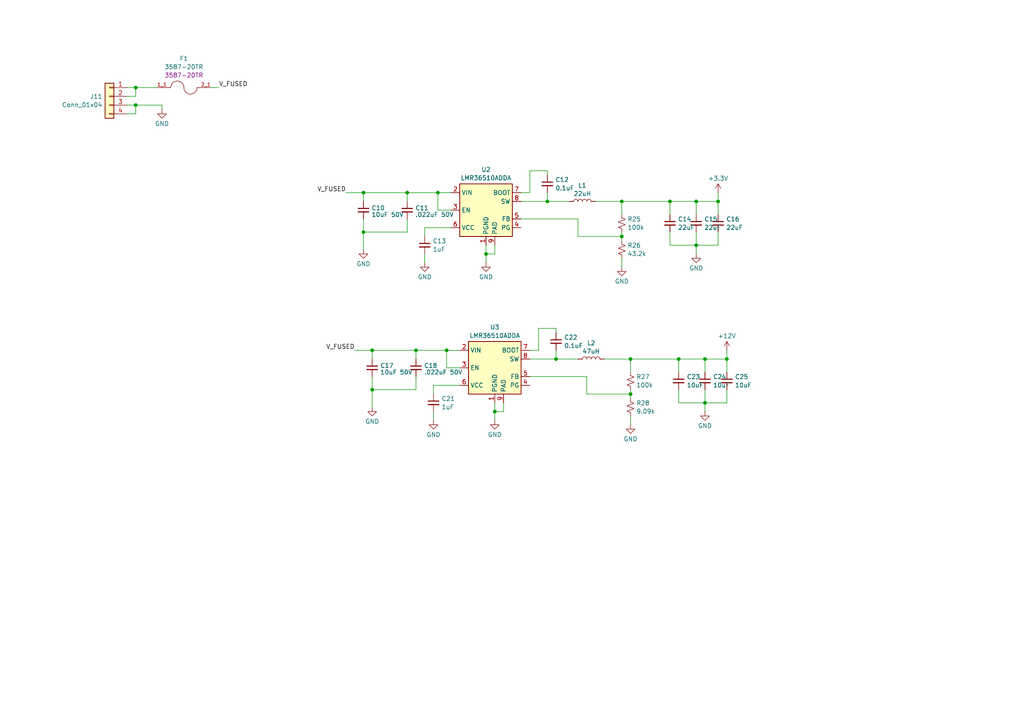
<source format=kicad_sch>
(kicad_sch (version 20250114) (generator "eeschema") (generator_version "9.0")
  (paper "A4")
  (lib_symbols
    (symbol "Connector_Generic:Conn_01x04" (pin_names (offset 1.016) (hide yes))
      (property "Reference" "J" (at 0 5.08 0))
      (property "Value" "Conn_01x04" (at 0 -7.62 0))
      (symbol "Conn_01x04_1_1"
        (rectangle (start -1.27 3.81) (end 1.27 -6.35) (stroke (width 0.254)) (fill (type background)))
        (rectangle (start -1.27 2.667) (end 0 2.413) (stroke (width 0.1524)))
        (rectangle (start -1.27 0.127) (end 0 -0.127) (stroke (width 0.1524)))
        (rectangle (start -1.27 -2.413) (end 0 -2.667) (stroke (width 0.1524)))
        (rectangle (start -1.27 -4.953) (end 0 -5.207) (stroke (width 0.1524)))
        (pin passive line (at -5.08 2.54 0) (length 3.81) (name "Pin_1") (number "1"))
        (pin passive line (at -5.08 0 0) (length 3.81) (name "Pin_2") (number "2"))
        (pin passive line (at -5.08 -2.54 0) (length 3.81) (name "Pin_3") (number "3"))
        (pin passive line (at -5.08 -5.08 0) (length 3.81) (name "Pin_4") (number "4"))
      )
    )
    (symbol "Device:C_Small" (pin_numbers (hide yes)) (pin_names (offset 0.254) (hide yes))
      (property "Reference" "C" (at 0.254 1.778 0))
      (property "Value" "C_Small" (at 0.254 -2.032 0))
      (symbol "C_Small_0_1"
        (polyline (pts (xy -1.524 0.508) (xy 1.524 0.508)) (stroke (width 0.3048)))
        (polyline (pts (xy -1.524 -0.508) (xy 1.524 -0.508)) (stroke (width 0.3302)))
      )
      (symbol "C_Small_1_1"
        (pin passive line (at 0 2.54 270) (length 2.032) (name "~") (number "1"))
        (pin passive line (at 0 -2.54 90) (length 2.032) (name "~") (number "2"))
      )
    )
    (symbol "Device:L" (pin_numbers (hide yes)) (pin_names (offset 1.016) (hide yes))
      (property "Reference" "L" (at -1.27 0 90))
      (property "Value" "L" (at 1.905 0 90))
      (symbol "L_0_1"
        (arc (start 0 2.54) (mid 0.6323 1.905) (end 0 1.27))
        (arc (start 0 1.27) (mid 0.6323 0.635) (end 0 0))
        (arc (start 0 0) (mid 0.6323 -0.635) (end 0 -1.27))
        (arc (start 0 -1.27) (mid 0.6323 -1.905) (end 0 -2.54))
      )
      (symbol "L_1_1"
        (pin passive line (at 0 3.81 270) (length 1.27) (name "1") (number "1"))
        (pin passive line (at 0 -3.81 90) (length 1.27) (name "2") (number "2"))
      )
    )
    (symbol "Device:R_Small_US" (pin_numbers (hide yes)) (pin_names (offset 0.254) (hide yes))
      (property "Reference" "R" (at 0.762 0.508 0))
      (property "Value" "R_Small_US" (at 0.762 -1.016 0))
      (symbol "R_Small_US_1_1"
        (polyline (pts (xy 0 1.524) (xy 1.016 1.143) (xy 0 0.762) (xy -1.016 0.381) (xy 0 0)))
        (polyline (pts (xy 0 0) (xy 1.016 -0.381) (xy 0 -0.762) (xy -1.016 -1.143) (xy 0 -1.524)))
        (pin passive line (at 0 2.54 270) (length 1.016) (name "~") (number "1"))
        (pin passive line (at 0 -2.54 90) (length 1.016) (name "~") (number "2"))
      )
    )
    (symbol "Regulator_Switching:LMR36510ADDA"
      (property "Reference" "U" (at 0 11.43 0))
      (property "Value" "LMR36510ADDA" (at 0 8.89 0))
      (symbol "LMR36510ADDA_0_1"
        (rectangle (start -7.62 7.62) (end 7.62 -7.62) (stroke (width 0.254)) (fill (type background)))
      )
      (symbol "LMR36510ADDA_1_1"
        (pin power_in line (at -10.16 5.08 0) (length 2.54) (name "VIN") (number "2"))
        (pin input line (at -10.16 0 0) (length 2.54) (name "EN") (number "3"))
        (pin power_out line (at -10.16 -5.08 0) (length 2.54) (name "VCC") (number "6"))
        (pin power_in line (at 0 -10.16 90) (length 2.54) (name "PGND") (number "1"))
        (pin power_in line (at 2.54 -10.16 90) (length 2.54) (name "PAD") (number "9"))
        (pin input line (at 10.16 5.08 180) (length 2.54) (name "BOOT") (number "7"))
        (pin output line (at 10.16 2.54 180) (length 2.54) (name "SW") (number "8"))
        (pin input line (at 10.16 -2.54 180) (length 2.54) (name "FB") (number "5"))
        (pin open_collector line (at 10.16 -5.08 180) (length 2.54) (name "PG") (number "4"))
      )
    )
    (symbol "mylibrary:3587-20TR" (pin_names (offset 1.016))
      (property "Reference" "F" (at -2.54 5.08 0))
      (property "Value" "3587-20TR" (at -2.54 -5.08 0))
      (property "ManufacturerPartNumber" "3587-20TR" (at 0 0 0))
      (symbol "3587-20TR_0_0"
        (polyline (pts (xy -5.08 0) (xy -3.81 0)) (stroke (width 0.1524)))
        (arc (start -3.81 0) (mid -1.905 1.8967) (end 0 0) (stroke (width 0.1524)))
        (arc (start 3.81 0) (mid 1.905 -1.8967) (end 0 0) (stroke (width 0.1524)))
        (polyline (pts (xy 5.08 0) (xy 3.81 0)) (stroke (width 0.1524)))
        (pin passive line (at -7.62 0 0) (length 2.54) (name "~") (number "1_1"))
        (pin passive line (at 7.62 0 180) (length 2.54) (name "~") (number "2_1"))
      )
    )
    (symbol "power:+12V" (power) (pin_numbers (hide yes)) (pin_names (offset 0) (hide yes))
      (property "Value" "+12V" (at 0 3.556 0))
      (symbol "+12V_0_1"
        (polyline (pts (xy -0.762 1.27) (xy 0 2.54)))
        (polyline (pts (xy 0 2.54) (xy 0.762 1.27)))
        (polyline (pts (xy 0 0) (xy 0 2.54)))
      )
      (symbol "+12V_1_1"
        (pin power_in line (at 0 0 90) (length 0) (name "~") (number "1"))
      )
    )
    (symbol "power:+3.3V" (power) (pin_numbers (hide yes)) (pin_names (offset 0) (hide yes))
      (property "Value" "+3.3V" (at 0 3.556 0))
      (symbol "+3.3V_0_1"
        (polyline (pts (xy -0.762 1.27) (xy 0 2.54)))
        (polyline (pts (xy 0 2.54) (xy 0.762 1.27)))
        (polyline (pts (xy 0 0) (xy 0 2.54)))
      )
      (symbol "+3.3V_1_1"
        (pin power_in line (at 0 0 90) (length 0) (name "~") (number "1"))
      )
    )
    (symbol "power:GND" (power) (pin_numbers (hide yes)) (pin_names (offset 0) (hide yes))
      (property "Value" "GND" (at 0 -3.81 0))
      (symbol "GND_0_1"
        (polyline (pts (xy 0 0) (xy 0 -1.27) (xy 1.27 -1.27) (xy 0 -2.54) (xy -1.27 -1.27) (xy 0 -1.27)))
      )
      (symbol "GND_1_1"
        (pin power_in line (at 0 0 270) (length 0) (name "~") (number "1"))
      )
    )
  )
  (junction (at 180.34 68.58))
  (junction (at 127 55.88))
  (junction (at 182.88 114.3))
  (junction (at 194.31 58.42))
  (junction (at 105.41 55.88))
  (junction (at 105.41 67.31))
  (junction (at 201.93 71.12))
  (junction (at 39.37 30.48))
  (junction (at 120.65 101.6))
  (junction (at 107.95 101.6))
  (junction (at 118.11 55.88))
  (junction (at 180.34 58.42))
  (junction (at 158.75 58.42))
  (junction (at 204.47 116.84))
  (junction (at 182.88 104.14))
  (junction (at 196.85 104.14))
  (junction (at 210.82 104.14))
  (junction (at 161.29 104.14))
  (junction (at 129.54 101.6))
  (junction (at 201.93 58.42))
  (junction (at 39.37 25.4))
  (junction (at 204.47 104.14))
  (junction (at 143.51 119.38))
  (junction (at 107.95 113.03))
  (junction (at 208.28 58.42))
  (junction (at 140.97 73.66))
  (wire (pts (xy 36.83 30.48) (xy 39.37 30.48)))
  (wire (pts (xy 125.73 111.76) (xy 133.35 111.76)))
  (wire (pts (xy 125.73 114.3) (xy 125.73 111.76)))
  (wire (pts (xy 107.95 113.03) (xy 107.95 118.11)))
  (wire (pts (xy 129.54 101.6) (xy 133.35 101.6)))
  (wire (pts (xy 105.41 63.5) (xy 105.41 67.31)))
  (wire (pts (xy 194.31 58.42) (xy 201.93 58.42)))
  (wire (pts (xy 161.29 95.25) (xy 161.29 96.52)))
  (wire (pts (xy 39.37 33.02) (xy 39.37 30.48)))
  (wire (pts (xy 46.99 30.48) (xy 46.99 31.75)))
  (wire (pts (xy 36.83 33.02) (xy 39.37 33.02)))
  (wire (pts (xy 153.67 101.6) (xy 156.21 101.6)))
  (wire (pts (xy 153.67 109.22) (xy 170.18 109.22)))
  (wire (pts (xy 180.34 74.93) (xy 180.34 77.47)))
  (wire (pts (xy 120.65 101.6) (xy 129.54 101.6)))
  (wire (pts (xy 180.34 68.58) (xy 180.34 69.85)))
  (wire (pts (xy 118.11 67.31) (xy 118.11 63.5)))
  (wire (pts (xy 182.88 120.65) (xy 182.88 123.19)))
  (wire (pts (xy 167.64 68.58) (xy 180.34 68.58)))
  (wire (pts (xy 204.47 104.14) (xy 210.82 104.14)))
  (wire (pts (xy 105.41 67.31) (xy 118.11 67.31)))
  (wire (pts (xy 156.21 101.6) (xy 156.21 95.25)))
  (wire (pts (xy 204.47 116.84) (xy 210.82 116.84)))
  (wire (pts (xy 102.87 101.6) (xy 107.95 101.6)))
  (wire (pts (xy 182.88 113.03) (xy 182.88 114.3)))
  (wire (pts (xy 140.97 71.12) (xy 140.97 73.66)))
  (wire (pts (xy 161.29 104.14) (xy 167.64 104.14)))
  (wire (pts (xy 204.47 113.03) (xy 204.47 116.84)))
  (wire (pts (xy 194.31 67.31) (xy 194.31 71.12)))
  (wire (pts (xy 100.33 55.88) (xy 105.41 55.88)))
  (wire (pts (xy 158.75 55.88) (xy 158.75 58.42)))
  (wire (pts (xy 125.73 119.38) (xy 125.73 121.92)))
  (wire (pts (xy 201.93 67.31) (xy 201.93 71.12)))
  (wire (pts (xy 129.54 106.68) (xy 129.54 101.6)))
  (wire (pts (xy 153.67 55.88) (xy 153.67 49.53)))
  (wire (pts (xy 118.11 55.88) (xy 127 55.88)))
  (wire (pts (xy 170.18 114.3) (xy 182.88 114.3)))
  (wire (pts (xy 180.34 58.42) (xy 172.72 58.42)))
  (wire (pts (xy 105.41 55.88) (xy 105.41 58.42)))
  (wire (pts (xy 107.95 113.03) (xy 120.65 113.03)))
  (wire (pts (xy 143.51 71.12) (xy 143.51 73.66)))
  (wire (pts (xy 180.34 67.31) (xy 180.34 68.58)))
  (wire (pts (xy 120.65 101.6) (xy 120.65 104.14)))
  (wire (pts (xy 39.37 30.48) (xy 46.99 30.48)))
  (wire (pts (xy 210.82 116.84) (xy 210.82 113.03)))
  (wire (pts (xy 153.67 49.53) (xy 158.75 49.53)))
  (wire (pts (xy 146.05 116.84) (xy 146.05 119.38)))
  (wire (pts (xy 143.51 119.38) (xy 146.05 119.38)))
  (wire (pts (xy 107.95 101.6) (xy 120.65 101.6)))
  (wire (pts (xy 182.88 114.3) (xy 182.88 115.57)))
  (wire (pts (xy 133.35 106.68) (xy 129.54 106.68)))
  (wire (pts (xy 210.82 101.6) (xy 210.82 104.14)))
  (wire (pts (xy 161.29 104.14) (xy 153.67 104.14)))
  (wire (pts (xy 182.88 107.95) (xy 182.88 104.14)))
  (wire (pts (xy 204.47 104.14) (xy 204.47 107.95)))
  (wire (pts (xy 158.75 58.42) (xy 151.13 58.42)))
  (wire (pts (xy 140.97 73.66) (xy 140.97 76.2)))
  (wire (pts (xy 151.13 55.88) (xy 153.67 55.88)))
  (wire (pts (xy 143.51 116.84) (xy 143.51 119.38)))
  (wire (pts (xy 196.85 104.14) (xy 204.47 104.14)))
  (wire (pts (xy 196.85 113.03) (xy 196.85 116.84)))
  (wire (pts (xy 210.82 104.14) (xy 210.82 107.95)))
  (wire (pts (xy 194.31 71.12) (xy 201.93 71.12)))
  (wire (pts (xy 140.97 73.66) (xy 143.51 73.66)))
  (wire (pts (xy 105.41 67.31) (xy 105.41 72.39)))
  (wire (pts (xy 151.13 63.5) (xy 167.64 63.5)))
  (wire (pts (xy 130.81 60.96) (xy 127 60.96)))
  (wire (pts (xy 107.95 101.6) (xy 107.95 104.14)))
  (wire (pts (xy 123.19 68.58) (xy 123.19 66.04)))
  (wire (pts (xy 204.47 116.84) (xy 204.47 119.38)))
  (wire (pts (xy 208.28 58.42) (xy 208.28 62.23)))
  (wire (pts (xy 39.37 27.94) (xy 39.37 25.4)))
  (wire (pts (xy 196.85 116.84) (xy 204.47 116.84)))
  (wire (pts (xy 201.93 71.12) (xy 208.28 71.12)))
  (wire (pts (xy 170.18 109.22) (xy 170.18 114.3)))
  (wire (pts (xy 167.64 63.5) (xy 167.64 68.58)))
  (wire (pts (xy 180.34 58.42) (xy 194.31 58.42)))
  (wire (pts (xy 182.88 104.14) (xy 196.85 104.14)))
  (wire (pts (xy 180.34 62.23) (xy 180.34 58.42)))
  (wire (pts (xy 123.19 66.04) (xy 130.81 66.04)))
  (wire (pts (xy 161.29 101.6) (xy 161.29 104.14)))
  (wire (pts (xy 208.28 71.12) (xy 208.28 67.31)))
  (wire (pts (xy 208.28 55.88) (xy 208.28 58.42)))
  (wire (pts (xy 156.21 95.25) (xy 161.29 95.25)))
  (wire (pts (xy 196.85 104.14) (xy 196.85 107.95)))
  (wire (pts (xy 60.96 25.4) (xy 63.5 25.4)))
  (wire (pts (xy 201.93 58.42) (xy 208.28 58.42)))
  (wire (pts (xy 36.83 27.94) (xy 39.37 27.94)))
  (wire (pts (xy 158.75 49.53) (xy 158.75 50.8)))
  (wire (pts (xy 158.75 58.42) (xy 165.1 58.42)))
  (wire (pts (xy 118.11 55.88) (xy 118.11 58.42)))
  (wire (pts (xy 123.19 73.66) (xy 123.19 76.2)))
  (wire (pts (xy 182.88 104.14) (xy 175.26 104.14)))
  (wire (pts (xy 107.95 109.22) (xy 107.95 113.03)))
  (wire (pts (xy 127 60.96) (xy 127 55.88)))
  (wire (pts (xy 120.65 113.03) (xy 120.65 109.22)))
  (wire (pts (xy 201.93 58.42) (xy 201.93 62.23)))
  (wire (pts (xy 143.51 119.38) (xy 143.51 121.92)))
  (wire (pts (xy 39.37 25.4) (xy 36.83 25.4)))
  (wire (pts (xy 127 55.88) (xy 130.81 55.88)))
  (wire (pts (xy 194.31 58.42) (xy 194.31 62.23)))
  (wire (pts (xy 201.93 71.12) (xy 201.93 73.66)))
  (wire (pts (xy 105.41 55.88) (xy 118.11 55.88)))
  (wire (pts (xy 39.37 25.4) (xy 45.72 25.4)))
  (label "V_FUSED" (at 63.5 25.4 0))
  (label "V_FUSED" (at 100.33 55.88 180))
  (label "V_FUSED" (at 102.87 101.6 180))
  (symbol (lib_id "Device:L") (at 171.45 104.14 90) (unit 1)
    (property "Reference" "L2" (at 171.45 99.4902 90))
    (property "Value" "47uH" (at 171.45 101.9145 90))
    (property "Footprint" "footprints:SRN3010C2R2M" (effects (hide yes)))
    (property "Description" "Inductor" (effects (hide yes)))
  )
  (symbol (lib_id "power:GND") (at 125.73 121.92 0) (unit 1)
    (property "Reference" "#PWR031" (effects (hide yes)))
    (property "Value" "GND" (at 125.73 126.0531 0))
    (property "Description" "Power symbol creates a global label with name \"GND\" , ground" (effects (hide yes)))
  )
  (symbol (lib_id "Device:C_Small") (at 208.28 64.77 0) (unit 1)
    (property "Reference" "C16" (at 210.6041 63.5641 0) (effects (justify left)))
    (property "Value" "22uF" (at 210.6041 65.9884 0) (effects (justify left)))
    (property "Footprint" "Capacitor_SMD:C_0805_2012Metric" (effects (hide yes)))
  )
  (symbol (lib_id "power:GND") (at 204.47 119.38 0) (unit 1)
    (property "Reference" "#PWR034" (effects (hide yes)))
    (property "Value" "GND" (at 204.47 123.5131 0))
    (property "Description" "Power symbol creates a global label with name \"GND\" , ground" (effects (hide yes)))
  )
  (symbol (lib_id "power:+3.3V") (at 208.28 55.88 0) (unit 1)
    (property "Reference" "#PWR029" (effects (hide yes)))
    (property "Value" "+3.3V" (at 208.28 51.7469 0))
    (property "Description" "Power symbol creates a global label with name \"+3.3V\"" (effects (hide yes)))
  )
  (symbol (lib_id "Device:C_Small") (at 204.47 110.49 0) (unit 1)
    (property "Reference" "C24" (at 206.7941 109.2841 0) (effects (justify left)))
    (property "Value" "10uF" (at 206.7941 111.7084 0) (effects (justify left)))
    (property "Footprint" "Capacitor_SMD:C_0805_2012Metric" (effects (hide yes)))
  )
  (symbol (lib_id "Device:C_Small") (at 107.95 106.68 0) (unit 1)
    (property "Reference" "C17" (at 110.2741 106.0426 0) (effects (justify left)))
    (property "Value" "10uF 50V" (at 110.2741 107.9636 0) (effects (justify left)))
    (property "Footprint" "Capacitor_SMD:C_1206_3216Metric" (effects (hide yes)))
    (property "ManufacturerPartNumber" "CL31A106MBHNNNE" (effects (hide yes)))
  )
  (symbol (lib_id "Device:R_Small_US") (at 182.88 110.49 180) (unit 1)
    (property "Reference" "R27" (at 184.531 109.2778 0) (effects (justify right)))
    (property "Value" "100k" (at 184.531 111.7021 0) (effects (justify right)))
    (property "Footprint" "Resistor_SMD:R_0805_2012Metric" (effects (hide yes)))
    (property "ManufacturerPartNumber" "RMCF0805FT10K0" (effects (hide yes)))
  )
  (symbol (lib_id "Device:C_Small") (at 161.29 99.06 0) (unit 1)
    (property "Reference" "C22" (at 163.6141 97.8541 0) (effects (justify left)))
    (property "Value" "0.1uF" (at 163.6141 100.2784 0) (effects (justify left)))
    (property "Footprint" "Capacitor_SMD:C_0805_2012Metric" (effects (hide yes)))
  )
  (symbol (lib_id "Regulator_Switching:LMR36510ADDA") (at 143.51 106.68 0) (unit 1)
    (property "Reference" "U3" (at 143.51 94.9155 0))
    (property "Value" "LMR36510ADDA" (at 143.51 97.3398 0))
    (property "Footprint" "Package_SO:Texas_HTSOP-8-1EP_3.9x4.9mm_P1.27mm_EP2.95x4.9mm_Mask2.4x3.1mm_ThermalVias" (effects (hide yes)))
    (property "Datasheet" "http://www.ti.com/lit/ds/symlink/lmr36510.pdf" (effects (hide yes)))
    (property "Description" "Simple Switcher Synchronous Buck Regulator, Vin=4.2-65V, Iout=1A, F=400kHz, Adjustable output voltage, HSOP-8" (effects (hide yes)))
  )
  (symbol (lib_id "Connector_Generic:Conn_01x04") (at 31.75 27.94 0) (mirror y) (unit 1)
    (property "Reference" "J11" (at 29.718 27.9978 0) (effects (justify left)))
    (property "Value" "Conn_01x04" (at 29.718 30.4221 0) (effects (justify left)))
    (property "Footprint" "footprints:CONN2_2601-3102_WAG" (effects (hide yes)))
    (property "Description" "Generic connector, single row, 01x04, script generated (kicad-library-utils/schlib/autogen/connector/)" (effects (hide yes)))
  )
  (symbol (lib_id "Device:C_Small") (at 105.41 60.96 0) (unit 1)
    (property "Reference" "C10" (at 107.7341 60.3226 0) (effects (justify left)))
    (property "Value" "10uF 50V" (at 107.7341 62.2436 0) (effects (justify left)))
    (property "Footprint" "Capacitor_SMD:C_1206_3216Metric" (effects (hide yes)))
    (property "ManufacturerPartNumber" "CL31A106MBHNNNE" (effects (hide yes)))
  )
  (symbol (lib_id "mylibrary:3587-20TR") (at 53.34 25.4 0) (unit 1)
    (property "Reference" "F1" (at 53.34 16.9854 0))
    (property "Value" "3587-20TR" (at 53.34 19.4097 0))
    (property "Footprint" "footprints:FUSE_3587" (effects (hide yes)))
    (property "ManufacturerPartNumber" "3587-20TR" (at 53.34 21.834 0))
  )
  (symbol (lib_id "Device:R_Small_US") (at 180.34 64.77 180) (unit 1)
    (property "Reference" "R25" (at 181.991 63.5578 0) (effects (justify right)))
    (property "Value" "100k" (at 181.991 65.9821 0) (effects (justify right)))
    (property "Footprint" "Resistor_SMD:R_0805_2012Metric" (effects (hide yes)))
    (property "ManufacturerPartNumber" "RMCF0805FT10K0" (effects (hide yes)))
  )
  (symbol (lib_id "Regulator_Switching:LMR36510ADDA") (at 140.97 60.96 0) (unit 1)
    (property "Reference" "U2" (at 140.97 49.1955 0))
    (property "Value" "LMR36510ADDA" (at 140.97 51.6198 0))
    (property "Footprint" "Package_SO:Texas_HTSOP-8-1EP_3.9x4.9mm_P1.27mm_EP2.95x4.9mm_Mask2.4x3.1mm_ThermalVias" (effects (hide yes)))
    (property "Datasheet" "http://www.ti.com/lit/ds/symlink/lmr36510.pdf" (effects (hide yes)))
    (property "Description" "Simple Switcher Synchronous Buck Regulator, Vin=4.2-65V, Iout=1A, F=400kHz, Adjustable output voltage, HSOP-8" (effects (hide yes)))
  )
  (symbol (lib_id "power:GND") (at 180.34 77.47 0) (unit 1)
    (property "Reference" "#PWR027" (effects (hide yes)))
    (property "Value" "GND" (at 180.34 81.6031 0))
    (property "Description" "Power symbol creates a global label with name \"GND\" , ground" (effects (hide yes)))
  )
  (symbol (lib_id "power:GND") (at 107.95 118.11 0) (unit 1)
    (property "Reference" "#PWR030" (effects (hide yes)))
    (property "Value" "GND" (at 107.95 122.2431 0))
    (property "Description" "Power symbol creates a global label with name \"GND\" , ground" (effects (hide yes)))
  )
  (symbol (lib_id "Device:C_Small") (at 201.93 64.77 0) (unit 1)
    (property "Reference" "C15" (at 204.2541 63.5641 0) (effects (justify left)))
    (property "Value" "22uF" (at 204.2541 65.9884 0) (effects (justify left)))
    (property "Footprint" "Capacitor_SMD:C_0805_2012Metric" (effects (hide yes)))
  )
  (symbol (lib_id "Device:R_Small_US") (at 180.34 72.39 180) (unit 1)
    (property "Reference" "R26" (at 181.991 71.1778 0) (effects (justify right)))
    (property "Value" "43.2k" (at 181.991 73.6021 0) (effects (justify right)))
    (property "Footprint" "Resistor_SMD:R_0805_2012Metric" (effects (hide yes)))
    (property "ManufacturerPartNumber" "RMCF0805FT10K0" (effects (hide yes)))
  )
  (symbol (lib_id "power:GND") (at 123.19 76.2 0) (unit 1)
    (property "Reference" "#PWR021" (effects (hide yes)))
    (property "Value" "GND" (at 123.19 80.3331 0))
    (property "Description" "Power symbol creates a global label with name \"GND\" , ground" (effects (hide yes)))
  )
  (symbol (lib_id "Device:C_Small") (at 118.11 60.96 0) (unit 1)
    (property "Reference" "C11" (at 120.4341 60.3226 0) (effects (justify left)))
    (property "Value" ".022uF 50V" (at 120.4341 62.2436 0) (effects (justify left)))
    (property "Footprint" "Capacitor_SMD:C_1206_3216Metric" (effects (hide yes)))
    (property "ManufacturerPartNumber" "12065C223KAT4A" (effects (hide yes)))
  )
  (symbol (lib_id "Device:C_Small") (at 123.19 71.12 0) (unit 1)
    (property "Reference" "C13" (at 125.5141 69.9141 0) (effects (justify left)))
    (property "Value" "1uF" (at 125.5141 72.3384 0) (effects (justify left)))
    (property "Footprint" "Capacitor_SMD:C_0805_2012Metric" (effects (hide yes)))
  )
  (symbol (lib_id "power:GND") (at 140.97 76.2 0) (unit 1)
    (property "Reference" "#PWR022" (effects (hide yes)))
    (property "Value" "GND" (at 140.97 80.3331 0))
    (property "Description" "Power symbol creates a global label with name \"GND\" , ground" (effects (hide yes)))
  )
  (symbol (lib_id "Device:C_Small") (at 125.73 116.84 0) (unit 1)
    (property "Reference" "C21" (at 128.0541 115.6341 0) (effects (justify left)))
    (property "Value" "1uF" (at 128.0541 118.0584 0) (effects (justify left)))
    (property "Footprint" "Capacitor_SMD:C_0805_2012Metric" (effects (hide yes)))
  )
  (symbol (lib_id "Device:C_Small") (at 194.31 64.77 0) (unit 1)
    (property "Reference" "C14" (at 196.6341 63.5641 0) (effects (justify left)))
    (property "Value" "22uF" (at 196.6341 65.9884 0) (effects (justify left)))
    (property "Footprint" "Capacitor_SMD:C_0805_2012Metric" (effects (hide yes)))
  )
  (symbol (lib_id "Device:C_Small") (at 196.85 110.49 0) (unit 1)
    (property "Reference" "C23" (at 199.1741 109.2841 0) (effects (justify left)))
    (property "Value" "10uF" (at 199.1741 111.7084 0) (effects (justify left)))
    (property "Footprint" "Capacitor_SMD:C_0805_2012Metric" (effects (hide yes)))
  )
  (symbol (lib_id "power:GND") (at 46.99 31.75 0) (unit 1)
    (property "Reference" "#PWR035" (effects (hide yes)))
    (property "Value" "GND" (at 46.99 35.8831 0))
    (property "Description" "Power symbol creates a global label with name \"GND\" , ground" (effects (hide yes)))
  )
  (symbol (lib_id "power:GND") (at 201.93 73.66 0) (unit 1)
    (property "Reference" "#PWR028" (effects (hide yes)))
    (property "Value" "GND" (at 201.93 77.7931 0))
    (property "Description" "Power symbol creates a global label with name \"GND\" , ground" (effects (hide yes)))
  )
  (symbol (lib_id "Device:R_Small_US") (at 182.88 118.11 180) (unit 1)
    (property "Reference" "R28" (at 184.531 116.8978 0) (effects (justify right)))
    (property "Value" "9.09k" (at 184.531 119.3221 0) (effects (justify right)))
    (property "Footprint" "Resistor_SMD:R_0805_2012Metric" (effects (hide yes)))
    (property "ManufacturerPartNumber" "RMCF0805FT10K0" (effects (hide yes)))
  )
  (symbol (lib_id "Device:C_Small") (at 210.82 110.49 0) (unit 1)
    (property "Reference" "C25" (at 213.1441 109.2841 0) (effects (justify left)))
    (property "Value" "10uF" (at 213.1441 111.7084 0) (effects (justify left)))
    (property "Footprint" "Capacitor_SMD:C_0805_2012Metric" (effects (hide yes)))
  )
  (symbol (lib_id "power:GND") (at 105.41 72.39 0) (unit 1)
    (property "Reference" "#PWR020" (effects (hide yes)))
    (property "Value" "GND" (at 105.41 76.5231 0))
    (property "Description" "Power symbol creates a global label with name \"GND\" , ground" (effects (hide yes)))
  )
  (symbol (lib_id "Device:C_Small") (at 158.75 53.34 0) (unit 1)
    (property "Reference" "C12" (at 161.0741 52.1341 0) (effects (justify left)))
    (property "Value" "0.1uF" (at 161.0741 54.5584 0) (effects (justify left)))
    (property "Footprint" "Capacitor_SMD:C_0805_2012Metric" (effects (hide yes)))
  )
  (symbol (lib_id "power:GND") (at 182.88 123.19 0) (unit 1)
    (property "Reference" "#PWR033" (effects (hide yes)))
    (property "Value" "GND" (at 182.88 127.3231 0))
    (property "Description" "Power symbol creates a global label with name \"GND\" , ground" (effects (hide yes)))
  )
  (symbol (lib_id "power:+12V") (at 210.82 101.6 0) (unit 1)
    (property "Reference" "#PWR036" (effects (hide yes)))
    (property "Value" "+12V" (at 210.82 97.4669 0))
    (property "Description" "Power symbol creates a global label with name \"+12V\"" (effects (hide yes)))
  )
  (symbol (lib_id "Device:C_Small") (at 120.65 106.68 0) (unit 1)
    (property "Reference" "C18" (at 122.9741 106.0426 0) (effects (justify left)))
    (property "Value" ".022uF 50V" (at 122.9741 107.9636 0) (effects (justify left)))
    (property "Footprint" "Capacitor_SMD:C_1206_3216Metric" (effects (hide yes)))
    (property "ManufacturerPartNumber" "12065C223KAT4A" (effects (hide yes)))
  )
  (symbol (lib_id "Device:L") (at 168.91 58.42 90) (unit 1)
    (property "Reference" "L1" (at 168.91 53.7702 90))
    (property "Value" "22uH" (at 168.91 56.1945 90))
    (property "Footprint" "footprints:SRN3010C2R2M" (effects (hide yes)))
    (property "Description" "Inductor" (effects (hide yes)))
  )
  (symbol (lib_id "power:GND") (at 143.51 121.92 0) (unit 1)
    (property "Reference" "#PWR032" (effects (hide yes)))
    (property "Value" "GND" (at 143.51 126.0531 0))
    (property "Description" "Power symbol creates a global label with name \"GND\" , ground" (effects (hide yes)))
  )
)
</source>
